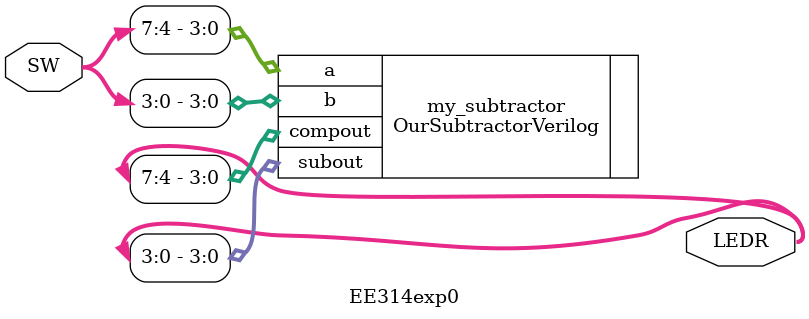
<source format=v>


module EE314exp0(

	//////////// LED //////////
	output		     [7:0]		LEDR,

	//////////// SW //////////
	input 		     [7:0]		SW
);

OurSubtractorVerilog my_subtractor(

.a(SW[7:4]),
.b(SW[3:0]),
.subout(LEDR[3:0]),
.compout(LEDR[7:4])
);





endmodule
</source>
